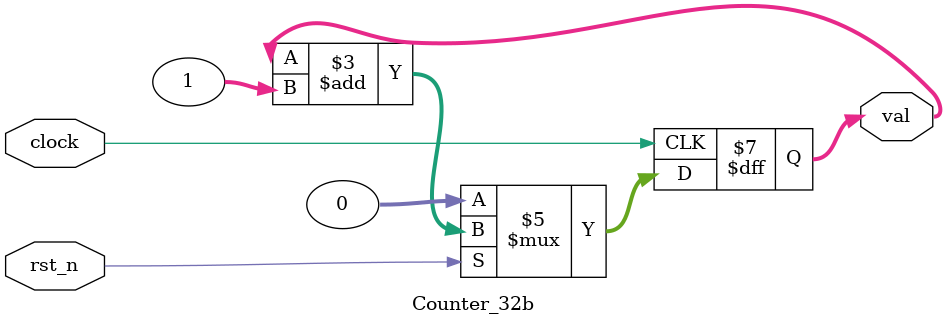
<source format=v>
`timescale 1ns / 1ps


module Counter_32b(

    input clock,
    input rst_n,
    output reg [31:0] val

    );
    
    always @(posedge clock)
    begin
        if(~rst_n)
            val <= 0;
        else
            val <= val + 1;
    end
endmodule

</source>
